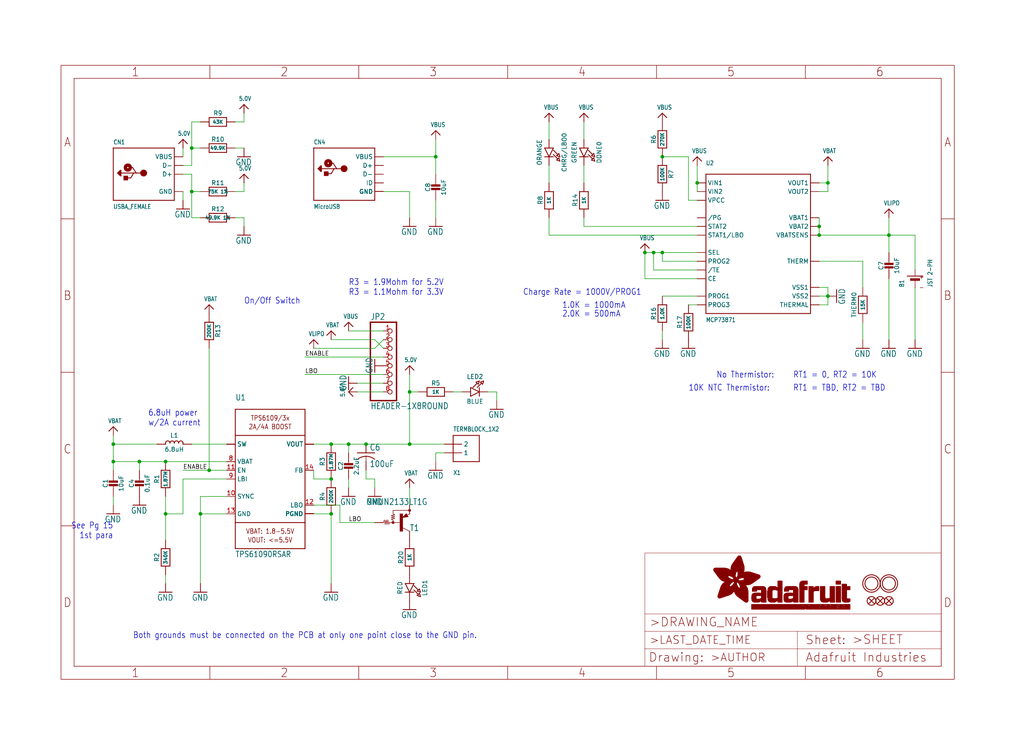
<source format=kicad_sch>
(kicad_sch (version 20211123) (generator eeschema)
  (paper "User" 298.45 217.881)
  (lib_symbols
    (symbol "eagleSchem-eagle-import:-PNP_DRIVER-SC59-BEC"
      (property "Reference" "T" (at -10.16 7.62 0))
      (property "Value" "-PNP_DRIVER-SC59-BEC" (at -10.16 5.08 0))
      (symbol "-PNP_DRIVER-SC59-BEC_1_0"
        (pin passive line (at -7.62 0 0) (length 2.54) (name "B") (number "B"))
        (pin passive line (at 2.54 -5.08 90) (length 2.54) (name "C") (number "C"))
        (pin passive line (at 2.54 5.08 270) (length 2.54) (name "E") (number "E"))
      )
    )
    (symbol "eagleSchem-eagle-import:5.0V" (power)
      (property "Value" "5.0V" (at -1.524 1.016 0))
      (symbol "5.0V_1_0"
        (pin power_in line (at 0 -2.54 90) (length 2.54) (name "5.0V") (number "1"))
      )
    )
    (symbol "eagleSchem-eagle-import:BATTERY"
      (property "Reference" "B" (at -2.54 3.175 0))
      (property "Value" "BATTERY" (at -2.54 -5.08 0))
      (symbol "BATTERY_1_0"
        (text "+" (at 1.27 -1.143 900) (effects (font (size 1.27 1.0795)) (justify right top)))
        (text "-" (at -1.778 -1.143 900) (effects (font (size 1.27 1.0795)) (justify right top)))
        (pin passive line (at -2.54 0 0) (length 0) (name "-") (number "1"))
        (pin passive line (at 2.54 0 180) (length 0) (name "+") (number "2"))
      )
    )
    (symbol "eagleSchem-eagle-import:C-USC1210"
      (property "Reference" "C" (at 1.016 0.635 0))
      (property "Value" "C-USC1210" (at 1.016 -4.191 0))
      (symbol "C-USC1210_1_0"
        (pin passive line (at 0 2.54 270) (length 2.54) (name "1") (number "1"))
        (pin passive line (at 0 -5.08 90) (length 2.54) (name "2") (number "2"))
      )
    )
    (symbol "eagleSchem-eagle-import:CAP_CERAMIC0805-NOOUTLINE"
      (property "Reference" "C" (at -2.29 1.25 90))
      (property "Value" "CAP_CERAMIC0805-NOOUTLINE" (at 2.3 1.25 90))
      (symbol "CAP_CERAMIC0805-NOOUTLINE_1_0"
        (pin passive line (at 0 5.08 270) (length 2.54) (name "1") (number "1"))
        (pin passive line (at 0 -2.54 90) (length 2.54) (name "2") (number "2"))
      )
    )
    (symbol "eagleSchem-eagle-import:CAP_CERAMIC0805_10MGAP"
      (property "Reference" "C" (at -2.29 1.25 90))
      (property "Value" "CAP_CERAMIC0805_10MGAP" (at 2.3 1.25 90))
      (symbol "CAP_CERAMIC0805_10MGAP_1_0"
        (pin passive line (at 0 5.08 270) (length 2.54) (name "1") (number "1"))
        (pin passive line (at 0 -2.54 90) (length 2.54) (name "2") (number "2"))
      )
    )
    (symbol "eagleSchem-eagle-import:FIDUCIAL{dblquote}{dblquote}")
    (symbol "eagleSchem-eagle-import:FRAME_A4_ADAFRUIT"
      (symbol "FRAME_A4_ADAFRUIT_1_0"
        (text "1" (at 21.6958 1.905 0) (effects (font (size 2.54 2.286))))
        (text "1" (at 21.6958 177.165 0) (effects (font (size 2.54 2.286))))
        (text "2" (at 65.0875 1.905 0) (effects (font (size 2.54 2.286))))
        (text "2" (at 65.0875 177.165 0) (effects (font (size 2.54 2.286))))
        (text "3" (at 108.4792 1.905 0) (effects (font (size 2.54 2.286))))
        (text "3" (at 108.4792 177.165 0) (effects (font (size 2.54 2.286))))
        (text "4" (at 151.8708 1.905 0) (effects (font (size 2.54 2.286))))
        (text "4" (at 151.8708 177.165 0) (effects (font (size 2.54 2.286))))
        (text "5" (at 195.2625 1.905 0) (effects (font (size 2.54 2.286))))
        (text "5" (at 195.2625 177.165 0) (effects (font (size 2.54 2.286))))
        (text "6" (at 238.6542 1.905 0) (effects (font (size 2.54 2.286))))
        (text "6" (at 238.6542 177.165 0) (effects (font (size 2.54 2.286))))
        (text ">AUTHOR" (at 189.23 5.08 0) (effects (font (size 2.286 2.286)) (justify left bottom)))
        (text ">DRAWING_NAME" (at 171.45 15.24 0) (effects (font (size 2.54 2.54)) (justify left bottom)))
        (text ">LAST_DATE_TIME" (at 171.45 10.16 0) (effects (font (size 2.286 2.286)) (justify left bottom)))
        (text ">SHEET" (at 230.505 10.16 0) (effects (font (size 2.54 2.54)) (justify left bottom)))
        (text "A" (at 1.905 156.6863 0) (effects (font (size 2.54 2.286))))
        (text "A" (at 258.445 156.6863 0) (effects (font (size 2.54 2.286))))
        (text "Adafruit Industries" (at 216.916 4.953 0) (effects (font (size 2.54 2.54)) (justify left bottom)))
        (text "B" (at 1.905 111.9188 0) (effects (font (size 2.54 2.286))))
        (text "B" (at 258.445 111.9188 0) (effects (font (size 2.54 2.286))))
        (text "C" (at 1.905 67.1513 0) (effects (font (size 2.54 2.286))))
        (text "C" (at 258.445 67.1513 0) (effects (font (size 2.54 2.286))))
        (text "D" (at 1.905 22.3838 0) (effects (font (size 2.54 2.286))))
        (text "D" (at 258.445 22.3838 0) (effects (font (size 2.54 2.286))))
        (text "Drawing:" (at 171.196 4.953 0) (effects (font (size 2.54 2.54)) (justify left bottom)))
        (text "Sheet:" (at 216.916 10.033 0) (effects (font (size 2.54 2.54)) (justify left bottom)))
      )
    )
    (symbol "eagleSchem-eagle-import:GND" (power)
      (property "Value" "GND" (at -2.54 -2.54 0))
      (symbol "GND_1_0"
        (pin power_in line (at 0 2.54 270) (length 2.54) (name "GND") (number "1"))
      )
    )
    (symbol "eagleSchem-eagle-import:HEADER-1X8ROUND"
      (property "Reference" "JP" (at -6.35 13.335 0))
      (property "Value" "HEADER-1X8ROUND" (at -6.35 -12.7 0))
      (symbol "HEADER-1X8ROUND_1_0"
        (pin passive inverted (at -2.54 10.16 0) (length 2.54) (name "1") (number "1"))
        (pin passive inverted (at -2.54 7.62 0) (length 2.54) (name "2") (number "2"))
        (pin passive inverted (at -2.54 5.08 0) (length 2.54) (name "3") (number "3"))
        (pin passive inverted (at -2.54 2.54 0) (length 2.54) (name "4") (number "4"))
        (pin passive inverted (at -2.54 0 0) (length 2.54) (name "5") (number "5"))
        (pin passive inverted (at -2.54 -2.54 0) (length 2.54) (name "6") (number "6"))
        (pin passive inverted (at -2.54 -5.08 0) (length 2.54) (name "7") (number "7"))
        (pin passive inverted (at -2.54 -7.62 0) (length 2.54) (name "8") (number "8"))
      )
    )
    (symbol "eagleSchem-eagle-import:INDUCTORTDK_VLC5045"
      (property "Reference" "L" (at 0 2.54 0))
      (property "Value" "INDUCTORTDK_VLC5045" (at 0 -1.54 0))
      (symbol "INDUCTORTDK_VLC5045_1_0"
        (pin passive line (at -5.08 0 0) (length 2.54) (name "1") (number "P$1"))
        (pin passive line (at 5.08 0 180) (length 2.54) (name "2") (number "P$2"))
      )
    )
    (symbol "eagleSchem-eagle-import:LED0805_NOOUTLINE"
      (property "Reference" "D" (at -1.27 4.445 0))
      (property "Value" "LED0805_NOOUTLINE" (at -1.27 -2.794 0))
      (symbol "LED0805_NOOUTLINE_1_0"
        (pin passive line (at -5.08 0 0) (length 2.54) (name "A") (number "A"))
        (pin passive line (at 2.54 0 180) (length 2.54) (name "C") (number "C"))
      )
    )
    (symbol "eagleSchem-eagle-import:MCP73871"
      (property "Reference" "U" (at -15.24 22.86 0))
      (property "Value" "MCP73871" (at -15.24 -22.86 0))
      (symbol "MCP73871_1_0"
        (pin bidirectional line (at 17.78 17.78 180) (length 2.54) (name "VOUT1") (number "P$1"))
        (pin bidirectional line (at 17.78 -12.7 180) (length 2.54) (name "VSS1") (number "P$10"))
        (pin bidirectional line (at 17.78 -15.24 180) (length 2.54) (name "VSS2") (number "P$11"))
        (pin bidirectional line (at -17.78 -17.78 0) (length 2.54) (name "PROG3") (number "P$12"))
        (pin bidirectional line (at -17.78 -15.24 0) (length 2.54) (name "PROG1") (number "P$13"))
        (pin bidirectional line (at 17.78 7.62 180) (length 2.54) (name "VBAT1") (number "P$14"))
        (pin bidirectional line (at 17.78 5.08 180) (length 2.54) (name "VBAT2") (number "P$15"))
        (pin bidirectional line (at 17.78 2.54 180) (length 2.54) (name "VBATSENS") (number "P$16"))
        (pin bidirectional line (at -17.78 -10.16 0) (length 2.54) (name "CE") (number "P$17"))
        (pin bidirectional line (at -17.78 17.78 0) (length 2.54) (name "VIN1") (number "P$18"))
        (pin bidirectional line (at -17.78 15.24 0) (length 2.54) (name "VIN2") (number "P$19"))
        (pin bidirectional line (at -17.78 12.7 0) (length 2.54) (name "VPCC") (number "P$2"))
        (pin bidirectional line (at 17.78 15.24 180) (length 2.54) (name "VOUT2") (number "P$20"))
        (pin bidirectional line (at 17.78 -17.78 180) (length 2.54) (name "THERMAL") (number "P$21"))
        (pin bidirectional line (at -17.78 -2.54 0) (length 2.54) (name "SEL") (number "P$3"))
        (pin bidirectional line (at -17.78 -5.08 0) (length 2.54) (name "PROG2") (number "P$4"))
        (pin bidirectional line (at 17.78 -5.08 180) (length 2.54) (name "THERM") (number "P$5"))
        (pin bidirectional line (at -17.78 7.62 0) (length 2.54) (name "/PG") (number "P$6"))
        (pin bidirectional line (at -17.78 5.08 0) (length 2.54) (name "STAT2") (number "P$7"))
        (pin bidirectional line (at -17.78 2.54 0) (length 2.54) (name "STAT1/LBO") (number "P$8"))
        (pin bidirectional line (at -17.78 -7.62 0) (length 2.54) (name "/TE") (number "P$9"))
      )
    )
    (symbol "eagleSchem-eagle-import:MOUNTINGHOLE2.5")
    (symbol "eagleSchem-eagle-import:RESISTOR0805_NOOUTLINE"
      (property "Reference" "R" (at 0 2.54 0))
      (property "Value" "RESISTOR0805_NOOUTLINE" (at 0 0 0))
      (symbol "RESISTOR0805_NOOUTLINE_1_0"
        (pin passive line (at -5.08 0 0) (length 2.54) (name "1") (number "1"))
        (pin passive line (at 5.08 0 180) (length 2.54) (name "2") (number "2"))
      )
    )
    (symbol "eagleSchem-eagle-import:RESISTOR_0805MP"
      (property "Reference" "R" (at 0 2.54 0))
      (property "Value" "RESISTOR_0805MP" (at 0 0 0))
      (symbol "RESISTOR_0805MP_1_0"
        (pin passive line (at -5.08 0 0) (length 2.54) (name "1") (number "1"))
        (pin passive line (at 5.08 0 180) (length 2.54) (name "2") (number "2"))
      )
    )
    (symbol "eagleSchem-eagle-import:TERMBLOCK_1X2"
      (property "Reference" "X" (at -2.54 7.62 0))
      (property "Value" "TERMBLOCK_1X2" (at -2.54 -5.08 0))
      (symbol "TERMBLOCK_1X2_1_0"
        (pin passive line (at -5.08 2.54 0) (length 5.08) (name "1") (number "1"))
        (pin passive line (at -5.08 0 0) (length 5.08) (name "2") (number "2"))
      )
    )
    (symbol "eagleSchem-eagle-import:USBMICRO_20329"
      (property "Reference" "X" (at -10.16 8.636 0))
      (property "Value" "USBMICRO_20329" (at -10.16 -10.16 0))
      (symbol "USBMICRO_20329_1_0"
        (pin power_in line (at 10.16 -5.08 180) (length 2.54) (name "GND") (number "BASE@1"))
        (pin power_in line (at 10.16 -5.08 180) (length 2.54) (name "GND") (number "BASE@2"))
        (pin bidirectional line (at 10.16 2.54 180) (length 2.54) (name "D+") (number "D+"))
        (pin bidirectional line (at 10.16 0 180) (length 2.54) (name "D-") (number "D-"))
        (pin power_in line (at 10.16 -5.08 180) (length 2.54) (name "GND") (number "GND"))
        (pin bidirectional line (at 10.16 -2.54 180) (length 2.54) (name "ID") (number "ID"))
        (pin power_in line (at 10.16 -5.08 180) (length 2.54) (name "GND") (number "SPRT@1"))
        (pin power_in line (at 10.16 -5.08 180) (length 2.54) (name "GND") (number "SPRT@2"))
        (pin power_in line (at 10.16 -5.08 180) (length 2.54) (name "GND") (number "SPRT@3"))
        (pin power_in line (at 10.16 -5.08 180) (length 2.54) (name "GND") (number "SPRT@4"))
        (pin power_in line (at 10.16 5.08 180) (length 2.54) (name "VBUS") (number "VBUS"))
      )
    )
    (symbol "eagleSchem-eagle-import:USB_TYPEAPTHFML"
      (property "Reference" "X" (at -10.16 8.636 0))
      (property "Value" "USB_TYPEAPTHFML" (at -10.16 -10.16 0))
      (symbol "USB_TYPEAPTHFML_1_0"
        (pin bidirectional line (at 10.16 0 180) (length 2.54) (name "D+") (number "D+"))
        (pin bidirectional line (at 10.16 2.54 180) (length 2.54) (name "D-") (number "D-"))
        (pin power_in line (at 10.16 -5.08 180) (length 2.54) (name "GND") (number "GND"))
        (pin power_in line (at 10.16 5.08 180) (length 2.54) (name "VBUS") (number "VBUS"))
      )
    )
    (symbol "eagleSchem-eagle-import:VBAT" (power)
      (property "Value" "VBAT" (at -1.524 1.016 0))
      (symbol "VBAT_1_0"
        (pin power_in line (at 0 -2.54 90) (length 2.54) (name "VBAT") (number "1"))
      )
    )
    (symbol "eagleSchem-eagle-import:VBUS" (power)
      (property "Value" "VBUS" (at -1.524 1.016 0))
      (symbol "VBUS_1_0"
        (pin power_in line (at 0 -2.54 90) (length 2.54) (name "VBUS") (number "1"))
      )
    )
    (symbol "eagleSchem-eagle-import:VLIPO" (power)
      (property "Value" "VLIPO" (at -1.524 1.016 0))
      (symbol "VLIPO_1_0"
        (pin power_in line (at 0 -2.54 90) (length 2.54) (name "VLIPO") (number "1"))
      )
    )
    (symbol "eagleSchem-eagle-import:VREG_TPS6103X"
      (property "Reference" "U" (at -10.16 22.86 0))
      (property "Value" "VREG_TPS6103X" (at -10.16 -22.86 0))
      (symbol "VREG_TPS6103X_1_0"
        (text "2A/4A BOOST" (at 0 15.24 0) (effects (font (size 1.4224 1.209))))
        (text "TPS6109/3x" (at 0 17.78 0) (effects (font (size 1.4224 1.209))))
        (text "VBAT: 1.8-5.5V" (at 0 -15.24 0) (effects (font (size 1.4224 1.209))))
        (text "VOUT: <=5.5V" (at 0 -17.78 0) (effects (font (size 1.4224 1.209))))
        (pin power_in line (at 12.7 10.16 180) (length 2.54) (name "VOUT") (number "1"))
        (pin input line (at -12.7 -5.08 0) (length 2.54) (name "SYNC") (number "10"))
        (pin input line (at -12.7 2.54 0) (length 2.54) (name "EN") (number "11"))
        (pin output line (at 12.7 -7.62 180) (length 2.54) (name "LBO") (number "12"))
        (pin power_in line (at -12.7 -10.16 0) (length 2.54) (name "GND") (number "13"))
        (pin input line (at 12.7 2.54 180) (length 2.54) (name "FB") (number "14"))
        (pin power_in line (at 12.7 10.16 180) (length 2.54) (name "VOUT") (number "15"))
        (pin power_in line (at 12.7 10.16 180) (length 2.54) (name "VOUT") (number "16"))
        (pin input line (at -12.7 10.16 0) (length 2.54) (name "SW") (number "3"))
        (pin input line (at -12.7 10.16 0) (length 2.54) (name "SW") (number "4"))
        (pin power_in line (at 12.7 -10.16 180) (length 2.54) (name "PGND") (number "5"))
        (pin power_in line (at 12.7 -10.16 180) (length 2.54) (name "PGND") (number "6"))
        (pin power_in line (at 12.7 -10.16 180) (length 2.54) (name "PGND") (number "7"))
        (pin input line (at -12.7 5.08 0) (length 2.54) (name "VBAT") (number "8"))
        (pin input line (at -12.7 0 0) (length 2.54) (name "LBI") (number "9"))
        (pin power_in line (at 12.7 -10.16 180) (length 2.54) (name "PGND") (number "P$18"))
        (pin power_in line (at 12.7 -10.16 180) (length 2.54) (name "PGND") (number "P$19"))
        (pin power_in line (at 12.7 -10.16 180) (length 2.54) (name "PGND") (number "P$20"))
        (pin power_in line (at 12.7 -10.16 180) (length 2.54) (name "PGND") (number "P$21"))
        (pin power_in line (at 12.7 -10.16 180) (length 2.54) (name "PGND") (number "P$22"))
        (pin power_in line (at 12.7 -10.16 180) (length 2.54) (name "PGND") (number "THERMAL"))
      )
    )
  )
  (junction (at 40.64 134.62))
  (junction (at 241.3 86.36))
  (junction (at 119.38 129.54))
  (junction (at 193.04 73.66))
  (junction (at 48.26 134.62))
  (junction (at 33.02 134.62))
  (junction (at 238.76 66.04))
  (junction (at 190.5 73.66))
  (junction (at 187.96 73.66))
  (junction (at 48.26 149.86))
  (junction (at 55.88 55.88))
  (junction (at 238.76 68.58))
  (junction (at 96.52 129.54))
  (junction (at 259.08 68.58))
  (junction (at 60.96 137.16))
  (junction (at 119.38 114.3))
  (junction (at 33.02 129.54))
  (junction (at 101.6 129.54))
  (junction (at 96.52 149.86))
  (junction (at 55.88 43.18))
  (junction (at 96.52 139.7))
  (junction (at 193.04 45.72))
  (junction (at 106.68 129.54))
  (junction (at 203.2 53.34))
  (junction (at 58.42 149.86))
  (junction (at 127 45.72))
  (junction (at 241.3 53.34))
  (wire (pts (xy 66.04 137.16) (xy 60.96 137.16)))
  (wire (pts (xy 238.76 63.5) (xy 238.76 66.04)))
  (wire (pts (xy 55.88 43.18) (xy 55.88 35.56)))
  (wire (pts (xy 144.78 114.3) (xy 144.78 116.84)))
  (wire (pts (xy 106.68 129.54) (xy 119.38 129.54)))
  (wire (pts (xy 193.04 96.52) (xy 193.04 99.06)))
  (wire (pts (xy 203.2 48.26) (xy 203.2 53.34)))
  (wire (pts (xy 53.34 149.86) (xy 53.34 139.7)))
  (wire (pts (xy 68.58 63.5) (xy 71.12 63.5)))
  (wire (pts (xy 48.26 170.18) (xy 48.26 167.64)))
  (wire (pts (xy 170.18 48.26) (xy 170.18 53.34)))
  (wire (pts (xy 266.7 83.82) (xy 266.7 99.06)))
  (wire (pts (xy 187.96 73.66) (xy 190.5 73.66)))
  (wire (pts (xy 91.44 137.16) (xy 91.44 139.7)))
  (wire (pts (xy 259.08 99.06) (xy 259.08 81.28)))
  (wire (pts (xy 203.2 86.36) (xy 193.04 86.36)))
  (wire (pts (xy 241.3 83.82) (xy 241.3 86.36)))
  (wire (pts (xy 119.38 147.32) (xy 119.38 142.24)))
  (wire (pts (xy 129.54 129.54) (xy 119.38 129.54)))
  (wire (pts (xy 111.76 104.14) (xy 88.9 104.14)))
  (wire (pts (xy 170.18 40.64) (xy 170.18 35.56)))
  (wire (pts (xy 190.5 78.74) (xy 203.2 78.74)))
  (wire (pts (xy 203.2 53.34) (xy 203.2 55.88)))
  (wire (pts (xy 127 132.08) (xy 127 134.62)))
  (wire (pts (xy 33.02 144.78) (xy 33.02 147.32)))
  (wire (pts (xy 91.44 129.54) (xy 96.52 129.54)))
  (wire (pts (xy 99.06 147.32) (xy 99.06 152.4)))
  (wire (pts (xy 66.04 139.7) (xy 53.34 139.7)))
  (wire (pts (xy 101.6 129.54) (xy 106.68 129.54)))
  (wire (pts (xy 127 132.08) (xy 129.54 132.08)))
  (wire (pts (xy 71.12 63.5) (xy 71.12 66.04)))
  (wire (pts (xy 203.2 66.04) (xy 170.18 66.04)))
  (wire (pts (xy 238.76 83.82) (xy 241.3 83.82)))
  (wire (pts (xy 53.34 48.26) (xy 55.88 48.26)))
  (wire (pts (xy 48.26 149.86) (xy 48.26 157.48)))
  (wire (pts (xy 190.5 78.74) (xy 190.5 73.66)))
  (wire (pts (xy 238.76 55.88) (xy 241.3 55.88)))
  (wire (pts (xy 203.2 88.9) (xy 200.66 88.9)))
  (wire (pts (xy 160.02 48.26) (xy 160.02 53.34)))
  (wire (pts (xy 58.42 149.86) (xy 58.42 170.18)))
  (wire (pts (xy 106.68 139.7) (xy 109.22 139.7)))
  (wire (pts (xy 91.44 139.7) (xy 96.52 139.7)))
  (wire (pts (xy 33.02 129.54) (xy 33.02 134.62)))
  (wire (pts (xy 96.52 129.54) (xy 101.6 129.54)))
  (wire (pts (xy 106.68 137.16) (xy 106.68 139.7)))
  (wire (pts (xy 259.08 68.58) (xy 266.7 68.58)))
  (wire (pts (xy 241.3 48.26) (xy 241.3 53.34)))
  (wire (pts (xy 55.88 35.56) (xy 58.42 35.56)))
  (wire (pts (xy 127 45.72) (xy 127 50.8)))
  (wire (pts (xy 119.38 55.88) (xy 119.38 63.5)))
  (wire (pts (xy 91.44 149.86) (xy 96.52 149.86)))
  (wire (pts (xy 119.38 114.3) (xy 121.92 114.3)))
  (wire (pts (xy 91.44 147.32) (xy 99.06 147.32)))
  (wire (pts (xy 251.46 76.2) (xy 251.46 83.82)))
  (wire (pts (xy 132.08 114.3) (xy 134.62 114.3)))
  (wire (pts (xy 203.2 68.58) (xy 160.02 68.58)))
  (wire (pts (xy 40.64 134.62) (xy 33.02 134.62)))
  (wire (pts (xy 55.88 50.8) (xy 55.88 55.88)))
  (wire (pts (xy 101.6 139.7) (xy 101.6 142.24)))
  (wire (pts (xy 109.22 139.7) (xy 109.22 142.24)))
  (wire (pts (xy 53.34 50.8) (xy 55.88 50.8)))
  (wire (pts (xy 119.38 129.54) (xy 119.38 114.3)))
  (wire (pts (xy 96.52 99.06) (xy 109.22 99.06)))
  (wire (pts (xy 111.76 45.72) (xy 127 45.72)))
  (wire (pts (xy 127 45.72) (xy 127 40.64)))
  (wire (pts (xy 119.38 114.3) (xy 119.38 109.22)))
  (wire (pts (xy 160.02 63.5) (xy 160.02 68.58)))
  (wire (pts (xy 55.88 43.18) (xy 58.42 43.18)))
  (wire (pts (xy 45.72 129.54) (xy 33.02 129.54)))
  (wire (pts (xy 193.04 76.2) (xy 193.04 73.66)))
  (wire (pts (xy 58.42 144.78) (xy 58.42 149.86)))
  (wire (pts (xy 71.12 55.88) (xy 71.12 53.34)))
  (wire (pts (xy 55.88 48.26) (xy 55.88 43.18)))
  (wire (pts (xy 193.04 76.2) (xy 203.2 76.2)))
  (wire (pts (xy 190.5 73.66) (xy 193.04 73.66)))
  (wire (pts (xy 60.96 137.16) (xy 60.96 101.6)))
  (wire (pts (xy 170.18 63.5) (xy 170.18 66.04)))
  (wire (pts (xy 66.04 149.86) (xy 58.42 149.86)))
  (wire (pts (xy 160.02 35.56) (xy 160.02 40.64)))
  (wire (pts (xy 71.12 35.56) (xy 71.12 33.02)))
  (wire (pts (xy 48.26 144.78) (xy 48.26 149.86)))
  (wire (pts (xy 68.58 43.18) (xy 71.12 43.18)))
  (wire (pts (xy 88.9 109.22) (xy 111.76 109.22)))
  (wire (pts (xy 68.58 35.56) (xy 71.12 35.56)))
  (wire (pts (xy 99.06 152.4) (xy 109.22 152.4)))
  (wire (pts (xy 101.6 96.52) (xy 111.76 96.52)))
  (wire (pts (xy 53.34 55.88) (xy 53.34 58.42)))
  (wire (pts (xy 66.04 144.78) (xy 58.42 144.78)))
  (wire (pts (xy 238.76 68.58) (xy 259.08 68.58)))
  (wire (pts (xy 251.46 93.98) (xy 251.46 99.06)))
  (wire (pts (xy 96.52 149.86) (xy 96.52 170.18)))
  (wire (pts (xy 238.76 66.04) (xy 238.76 68.58)))
  (wire (pts (xy 40.64 137.16) (xy 40.64 134.62)))
  (wire (pts (xy 60.96 137.16) (xy 53.34 137.16)))
  (wire (pts (xy 53.34 149.86) (xy 48.26 149.86)))
  (wire (pts (xy 91.44 101.6) (xy 109.22 101.6)))
  (wire (pts (xy 55.88 55.88) (xy 55.88 63.5)))
  (wire (pts (xy 66.04 134.62) (xy 48.26 134.62)))
  (wire (pts (xy 241.3 88.9) (xy 241.3 86.36)))
  (wire (pts (xy 238.76 88.9) (xy 241.3 88.9)))
  (wire (pts (xy 193.04 45.72) (xy 200.66 45.72)))
  (wire (pts (xy 241.3 53.34) (xy 241.3 55.88)))
  (wire (pts (xy 241.3 53.34) (xy 238.76 53.34)))
  (wire (pts (xy 111.76 55.88) (xy 119.38 55.88)))
  (wire (pts (xy 200.66 45.72) (xy 200.66 58.42)))
  (wire (pts (xy 203.2 58.42) (xy 200.66 58.42)))
  (wire (pts (xy 68.58 55.88) (xy 71.12 55.88)))
  (wire (pts (xy 33.02 134.62) (xy 33.02 137.16)))
  (wire (pts (xy 101.6 132.08) (xy 101.6 129.54)))
  (wire (pts (xy 48.26 134.62) (xy 40.64 134.62)))
  (wire (pts (xy 266.7 68.58) (xy 266.7 78.74)))
  (wire (pts (xy 259.08 73.66) (xy 259.08 68.58)))
  (wire (pts (xy 55.88 55.88) (xy 58.42 55.88)))
  (wire (pts (xy 187.96 73.66) (xy 187.96 81.28)))
  (wire (pts (xy 187.96 81.28) (xy 203.2 81.28)))
  (wire (pts (xy 109.22 101.6) (xy 111.76 99.06)))
  (wire (pts (xy 66.04 129.54) (xy 55.88 129.54)))
  (wire (pts (xy 111.76 114.3) (xy 104.14 114.3)))
  (wire (pts (xy 109.22 99.06) (xy 111.76 101.6)))
  (wire (pts (xy 142.24 114.3) (xy 144.78 114.3)))
  (wire (pts (xy 238.76 86.36) (xy 241.3 86.36)))
  (wire (pts (xy 203.2 73.66) (xy 193.04 73.66)))
  (wire (pts (xy 259.08 63.5) (xy 259.08 68.58)))
  (wire (pts (xy 238.76 76.2) (xy 251.46 76.2)))
  (wire (pts (xy 55.88 63.5) (xy 58.42 63.5)))
  (wire (pts (xy 53.34 45.72) (xy 53.34 43.18)))
  (wire (pts (xy 127 58.42) (xy 127 63.5)))
  (wire (pts (xy 33.02 129.54) (xy 33.02 127)))
  (wire (pts (xy 111.76 111.76) (xy 104.14 111.76)))
  (text "2.0K = 500mA" (at 163.83 92.71 180) (effects (font (size 1.778 1.5113)) (justify left bottom)))
  (text "No Thermistor:" (at 208.788 110.49 180) (effects (font (size 1.778 1.5113)) (justify left bottom)))
  (text "6.8uH power\nw/2A current" (at 43.18 124.46 180) (effects (font (size 1.778 1.5113)) (justify left bottom)))
  (text "Both grounds must be connected on the PCB at only one point close to the GND pin." (at 88.9 185.42 180) (effects (font (size 1.778 1.5113))))
  (text "RT1 = TBD, RT2 = TBD" (at 231.14 114.3 180) (effects (font (size 1.778 1.5113)) (justify left bottom)))
  (text "R3 = 1.9Mohm for 5.2V\nR3 = 1.1Mohm for 3.3V" (at 101.6 86.36 180) (effects (font (size 1.778 1.5113)) (justify left bottom)))
  (text "1.0K = 1000mA" (at 163.83 90.17 180) (effects (font (size 1.778 1.5113)) (justify left bottom)))
  (text "Charge Rate = 1000V/PROG1" (at 152.4 86.36 180) (effects (font (size 1.778 1.5113)) (justify left bottom)))
  (text "On/Off Switch" (at 71.12 88.9 180) (effects (font (size 1.778 1.5113)) (justify left bottom)))
  (text "RT1 = 0, RT2 = 10K" (at 231.14 110.49 180) (effects (font (size 1.778 1.5113)) (justify left bottom)))
  (text "10K NTC Thermistor:" (at 200.66 114.3 180) (effects (font (size 1.778 1.5113)) (justify left bottom)))
  (text "See Pg 15\n1st para" (at 33.02 152.4 180) (effects (font (size 1.778 1.5113)) (justify right top)))
  (label "ENABLE" (at 88.9 104.14 0) (effects (font (size 1.2446 1.2446))))
  (label "LBO" (at 101.6 152.4 0) (effects (font (size 1.2446 1.2446))))
  (label "ENABLE" (at 53.34 137.16 0) (effects (font (size 1.2446 1.2446))))
  (label "LBO" (at 88.9 109.22 0) (effects (font (size 1.2446 1.2446))))
  (symbol (lib_id "eagleSchem-eagle-import:RESISTOR0805_NOOUTLINE") (at 193.04 50.8 270) (unit 1)
    (property "Reference" "R7" (at 195.58 50.8 0))
    (property "Value" "100K" (at 193.04 50.8 0) (effects (font (size 1.016 1.016) bold)))
    (property "Footprint" "eagleSchem:0805-NO" (effects hide))
  )
  (symbol (lib_id "eagleSchem-eagle-import:VBUS") (at 193.04 33.02 0) (unit 1)
    (property "Reference" "#U$37" (effects hide))
    (property "Value" "VBUS" (at 191.516 32.004 0) (effects (font (size 1.27 1.0795)) (justify left bottom)))
    (property "Footprint" "eagleSchem:" (effects hide))
  )
  (symbol (lib_id "eagleSchem-eagle-import:5.0V") (at 53.34 40.64 0) (unit 1)
    (property "Reference" "#U$17" (effects hide))
    (property "Value" "5.0V" (at 51.816 39.624 0) (effects (font (size 1.27 1.0795)) (justify left bottom)))
    (property "Footprint" "eagleSchem:" (effects hide))
  )
  (symbol (lib_id "eagleSchem-eagle-import:GND") (at 53.34 60.96 0) (unit 1)
    (property "Reference" "#U$22" (effects hide))
    (property "Value" "GND" (at 50.8 63.5 0) (effects (font (size 1.778 1.5113)) (justify left bottom)))
    (property "Footprint" "eagleSchem:" (effects hide))
  )
  (symbol (lib_id "eagleSchem-eagle-import:RESISTOR_0805MP") (at 48.26 139.7 90) (unit 1)
    (property "Reference" "R1" (at 45.72 139.7 0))
    (property "Value" "1.87M" (at 48.26 139.7 0) (effects (font (size 1.016 1.016) bold)))
    (property "Footprint" "eagleSchem:_0805MP" (effects hide))
  )
  (symbol (lib_id "eagleSchem-eagle-import:RESISTOR0805_NOOUTLINE") (at 63.5 43.18 0) (unit 1)
    (property "Reference" "R10" (at 63.5 40.64 0))
    (property "Value" "49.9K" (at 63.5 43.18 0) (effects (font (size 1.016 1.016) bold)))
    (property "Footprint" "eagleSchem:0805-NO" (effects hide))
  )
  (symbol (lib_id "eagleSchem-eagle-import:VBUS") (at 127 38.1 0) (unit 1)
    (property "Reference" "#U$35" (effects hide))
    (property "Value" "VBUS" (at 125.476 37.084 0) (effects (font (size 1.27 1.0795)) (justify left bottom)))
    (property "Footprint" "eagleSchem:" (effects hide))
  )
  (symbol (lib_id "eagleSchem-eagle-import:LED0805_NOOUTLINE") (at 160.02 45.72 270) (unit 1)
    (property "Reference" "CHRG/LBO0" (at 164.465 44.45 0))
    (property "Value" "ORANGE" (at 157.226 44.45 0))
    (property "Footprint" "eagleSchem:CHIPLED_0805_NOOUTLINE" (effects hide))
  )
  (symbol (lib_id "eagleSchem-eagle-import:CAP_CERAMIC0805-NOOUTLINE") (at 33.02 142.24 0) (unit 1)
    (property "Reference" "C1" (at 30.73 140.99 90))
    (property "Value" "10uF" (at 35.32 140.99 90))
    (property "Footprint" "eagleSchem:0805-NO" (effects hide))
  )
  (symbol (lib_id "eagleSchem-eagle-import:GND") (at 127 66.04 0) (unit 1)
    (property "Reference" "#GND14" (effects hide))
    (property "Value" "GND" (at 124.46 68.58 0) (effects (font (size 1.778 1.5113)) (justify left bottom)))
    (property "Footprint" "eagleSchem:" (effects hide))
  )
  (symbol (lib_id "eagleSchem-eagle-import:VBAT") (at 241.3 45.72 0) (unit 1)
    (property "Reference" "#U$34" (effects hide))
    (property "Value" "VBAT" (at 239.776 44.704 0) (effects (font (size 1.27 1.0795)) (justify left bottom)))
    (property "Footprint" "eagleSchem:" (effects hide))
  )
  (symbol (lib_id "eagleSchem-eagle-import:RESISTOR0805_NOOUTLINE") (at 200.66 93.98 90) (unit 1)
    (property "Reference" "R17" (at 198.12 93.98 0))
    (property "Value" "100K" (at 200.66 93.98 0) (effects (font (size 1.016 1.016) bold)))
    (property "Footprint" "eagleSchem:0805-NO" (effects hide))
  )
  (symbol (lib_id "eagleSchem-eagle-import:RESISTOR0805_NOOUTLINE") (at 63.5 35.56 0) (unit 1)
    (property "Reference" "R9" (at 63.5 33.02 0))
    (property "Value" "43K" (at 63.5 35.56 0) (effects (font (size 1.016 1.016) bold)))
    (property "Footprint" "eagleSchem:0805-NO" (effects hide))
  )
  (symbol (lib_id "eagleSchem-eagle-import:-PNP_DRIVER-SC59-BEC") (at 116.84 152.4 0) (unit 1)
    (property "Reference" "T1" (at 119.38 154.94 0) (effects (font (size 1.778 1.5113)) (justify left bottom)))
    (property "Value" "MMUN2133LT1G" (at 106.68 147.32 0) (effects (font (size 1.778 1.5113)) (justify left bottom)))
    (property "Footprint" "eagleSchem:SC59-BEC" (effects hide))
  )
  (symbol (lib_id "eagleSchem-eagle-import:C-USC1210") (at 106.68 132.08 0) (unit 1)
    (property "Reference" "C6" (at 107.696 131.445 0) (effects (font (size 1.778 1.5113)) (justify left bottom)))
    (property "Value" "100uF" (at 107.696 136.271 0) (effects (font (size 1.778 1.5113)) (justify left bottom)))
    (property "Footprint" "eagleSchem:C1210" (effects hide))
  )
  (symbol (lib_id "eagleSchem-eagle-import:CAP_CERAMIC0805-NOOUTLINE") (at 101.6 137.16 0) (unit 1)
    (property "Reference" "C2" (at 99.31 135.91 90))
    (property "Value" "2.2uF" (at 103.9 135.91 90))
    (property "Footprint" "eagleSchem:0805-NO" (effects hide))
  )
  (symbol (lib_id "eagleSchem-eagle-import:HEADER-1X8ROUND") (at 114.3 106.68 0) (unit 1)
    (property "Reference" "JP2" (at 107.95 93.345 0) (effects (font (size 1.778 1.5113)) (justify left bottom)))
    (property "Value" "HEADER-1X8ROUND" (at 107.95 119.38 0) (effects (font (size 1.778 1.5113)) (justify left bottom)))
    (property "Footprint" "eagleSchem:1X08_ROUND" (effects hide))
  )
  (symbol (lib_id "eagleSchem-eagle-import:FIDUCIAL{dblquote}{dblquote}") (at 254 175.26 0) (unit 1)
    (property "Reference" "FID2" (effects hide))
    (property "Value" "FIDUCIAL{dblquote}{dblquote}" (effects hide))
    (property "Footprint" "eagleSchem:FIDUCIAL_1MM" (effects hide))
  )
  (symbol (lib_id "eagleSchem-eagle-import:GND") (at 109.22 106.68 270) (unit 1)
    (property "Reference" "#U$30" (effects hide))
    (property "Value" "GND" (at 106.68 104.14 0) (effects (font (size 1.778 1.5113)) (justify left bottom)))
    (property "Footprint" "eagleSchem:" (effects hide))
  )
  (symbol (lib_id "eagleSchem-eagle-import:BATTERY") (at 266.7 81.28 90) (unit 1)
    (property "Reference" "B1" (at 263.525 83.82 0) (effects (font (size 1.27 1.0795)) (justify left bottom)))
    (property "Value" "JST 2-PH" (at 271.78 83.82 0) (effects (font (size 1.27 1.0795)) (justify left bottom)))
    (property "Footprint" "eagleSchem:JSTPH2" (effects hide))
  )
  (symbol (lib_id "eagleSchem-eagle-import:VLIPO") (at 259.08 60.96 0) (unit 1)
    (property "Reference" "#U$41" (effects hide))
    (property "Value" "VLIPO" (at 257.556 59.944 0) (effects (font (size 1.27 1.0795)) (justify left bottom)))
    (property "Footprint" "eagleSchem:" (effects hide))
  )
  (symbol (lib_id "eagleSchem-eagle-import:USB_TYPEAPTHFML") (at 43.18 50.8 0) (unit 1)
    (property "Reference" "CN1" (at 33.02 42.164 0) (effects (font (size 1.27 1.0795)) (justify left bottom)))
    (property "Value" "USBA_FEMALE" (at 33.02 60.96 0) (effects (font (size 1.27 1.0795)) (justify left bottom)))
    (property "Footprint" "eagleSchem:USB_HOST-PTH" (effects hide))
  )
  (symbol (lib_id "eagleSchem-eagle-import:GND") (at 119.38 66.04 0) (unit 1)
    (property "Reference" "#GND9" (effects hide))
    (property "Value" "GND" (at 116.84 68.58 0) (effects (font (size 1.778 1.5113)) (justify left bottom)))
    (property "Footprint" "eagleSchem:" (effects hide))
  )
  (symbol (lib_id "eagleSchem-eagle-import:GND") (at 101.6 144.78 0) (unit 1)
    (property "Reference" "#U$6" (effects hide))
    (property "Value" "GND" (at 99.06 147.32 0) (effects (font (size 1.778 1.5113)) (justify left bottom)))
    (property "Footprint" "eagleSchem:" (effects hide))
  )
  (symbol (lib_id "eagleSchem-eagle-import:FIDUCIAL{dblquote}{dblquote}") (at 256.54 175.26 0) (unit 1)
    (property "Reference" "FID3" (effects hide))
    (property "Value" "FIDUCIAL{dblquote}{dblquote}" (effects hide))
    (property "Footprint" "eagleSchem:FIDUCIAL_1MM" (effects hide))
    (property "Value" "FIDUCIAL{dblquote}{dblquote}" (effects hide))
  )
  (symbol (lib_id "eagleSchem-eagle-import:RESISTOR0805_NOOUTLINE") (at 251.46 88.9 90) (unit 1)
    (property "Reference" "THERM0" (at 248.92 88.9 0))
    (property "Value" "15K" (at 251.46 88.9 0) (effects (font (size 1.016 1.016) bold)))
    (property "Footprint" "eagleSchem:0805-NO" (effects hide))
  )
  (symbol (lib_id "eagleSchem-eagle-import:GND") (at 243.84 86.36 90) (unit 1)
    (property "Reference" "#GND1" (effects hide))
    (property "Value" "GND" (at 246.38 88.9 0) (effects (font (size 1.778 1.5113)) (justify left bottom)))
    (property "Footprint" "eagleSchem:" (effects hide))
  )
  (symbol (lib_id "eagleSchem-eagle-import:GND") (at 71.12 45.72 0) (unit 1)
    (property "Reference" "#U$18" (effects hide))
    (property "Value" "GND" (at 68.58 48.26 0) (effects (font (size 1.778 1.5113)) (justify left bottom)))
    (property "Footprint" "eagleSchem:" (effects hide))
  )
  (symbol (lib_id "eagleSchem-eagle-import:5.0V") (at 71.12 30.48 0) (unit 1)
    (property "Reference" "#U$15" (effects hide))
    (property "Value" "5.0V" (at 69.596 29.464 0) (effects (font (size 1.27 1.0795)) (justify left bottom)))
    (property "Footprint" "eagleSchem:" (effects hide))
  )
  (symbol (lib_id "eagleSchem-eagle-import:GND") (at 40.64 147.32 0) (unit 1)
    (property "Reference" "#U$24" (effects hide))
    (property "Value" "GND" (at 38.1 149.86 0) (effects (font (size 1.778 1.5113)) (justify left bottom)))
    (property "Footprint" "eagleSchem:" (effects hide))
  )
  (symbol (lib_id "eagleSchem-eagle-import:RESISTOR0805_NOOUTLINE") (at 160.02 58.42 90) (unit 1)
    (property "Reference" "R8" (at 157.48 58.42 0))
    (property "Value" "1K" (at 160.02 58.42 0) (effects (font (size 1.016 1.016) bold)))
    (property "Footprint" "eagleSchem:0805-NO" (effects hide))
  )
  (symbol (lib_id "eagleSchem-eagle-import:VBUS") (at 203.2 45.72 0) (unit 1)
    (property "Reference" "#U$38" (effects hide))
    (property "Value" "VBUS" (at 201.676 44.704 0) (effects (font (size 1.27 1.0795)) (justify left bottom)))
    (property "Footprint" "eagleSchem:" (effects hide))
  )
  (symbol (lib_id "eagleSchem-eagle-import:VBUS") (at 187.96 71.12 0) (unit 1)
    (property "Reference" "#U$39" (effects hide))
    (property "Value" "VBUS" (at 186.436 70.104 0) (effects (font (size 1.27 1.0795)) (justify left bottom)))
    (property "Footprint" "eagleSchem:" (effects hide))
  )
  (symbol (lib_id "eagleSchem-eagle-import:5.0V") (at 71.12 50.8 0) (unit 1)
    (property "Reference" "#U$16" (effects hide))
    (property "Value" "5.0V" (at 69.596 49.784 0) (effects (font (size 1.27 1.0795)) (justify left bottom)))
    (property "Footprint" "eagleSchem:" (effects hide))
  )
  (symbol (lib_id "eagleSchem-eagle-import:GND") (at 33.02 149.86 0) (unit 1)
    (property "Reference" "#U$4" (effects hide))
    (property "Value" "GND" (at 30.48 152.4 0) (effects (font (size 1.778 1.5113)) (justify left bottom)))
    (property "Footprint" "eagleSchem:" (effects hide))
  )
  (symbol (lib_id "eagleSchem-eagle-import:GND") (at 71.12 68.58 0) (unit 1)
    (property "Reference" "#U$21" (effects hide))
    (property "Value" "GND" (at 68.58 71.12 0) (effects (font (size 1.778 1.5113)) (justify left bottom)))
    (property "Footprint" "eagleSchem:" (effects hide))
  )
  (symbol (lib_id "eagleSchem-eagle-import:LED0805_NOOUTLINE") (at 170.18 45.72 270) (unit 1)
    (property "Reference" "DONE0" (at 174.625 44.45 0))
    (property "Value" "GREEN" (at 167.386 44.45 0))
    (property "Footprint" "eagleSchem:CHIPLED_0805_NOOUTLINE" (effects hide))
  )
  (symbol (lib_id "eagleSchem-eagle-import:GND") (at 259.08 101.6 0) (unit 1)
    (property "Reference" "#GND4" (effects hide))
    (property "Value" "GND" (at 256.54 104.14 0) (effects (font (size 1.778 1.5113)) (justify left bottom)))
    (property "Footprint" "eagleSchem:" (effects hide))
  )
  (symbol (lib_id "eagleSchem-eagle-import:VBAT") (at 119.38 139.7 0) (unit 1)
    (property "Reference" "#U$23" (effects hide))
    (property "Value" "VBAT" (at 117.856 138.684 0) (effects (font (size 1.27 1.0795)) (justify left bottom)))
    (property "Footprint" "eagleSchem:" (effects hide))
  )
  (symbol (lib_id "eagleSchem-eagle-import:GND") (at 119.38 177.8 0) (unit 1)
    (property "Reference" "#U$20" (effects hide))
    (property "Value" "GND" (at 116.84 180.34 0) (effects (font (size 1.778 1.5113)) (justify left bottom)))
    (property "Footprint" "eagleSchem:" (effects hide))
  )
  (symbol (lib_id "eagleSchem-eagle-import:RESISTOR0805_NOOUTLINE") (at 63.5 63.5 0) (unit 1)
    (property "Reference" "R12" (at 63.5 60.96 0))
    (property "Value" "49.9K 1%" (at 63.5 63.5 0) (effects (font (size 1.016 1.016) bold)))
    (property "Footprint" "eagleSchem:0805-NO" (effects hide))
  )
  (symbol (lib_id "eagleSchem-eagle-import:RESISTOR0805_NOOUTLINE") (at 193.04 40.64 90) (unit 1)
    (property "Reference" "R6" (at 190.5 40.64 0))
    (property "Value" "270K" (at 193.04 40.64 0) (effects (font (size 1.016 1.016) bold)))
    (property "Footprint" "eagleSchem:0805-NO" (effects hide))
  )
  (symbol (lib_id "eagleSchem-eagle-import:MOUNTINGHOLE2.5") (at 254 170.18 0) (unit 1)
    (property "Reference" "U$11" (effects hide))
    (property "Value" "MOUNTINGHOLE2.5" (effects hide))
    (property "Footprint" "eagleSchem:MOUNTINGHOLE_2.5_PLATED" (effects hide))
  )
  (symbol (lib_id "eagleSchem-eagle-import:VREG_TPS6103X") (at 78.74 139.7 0) (unit 1)
    (property "Reference" "U1" (at 68.58 116.84 0) (effects (font (size 1.6764 1.4249)) (justify left bottom)))
    (property "Value" "TPS61090RSAR" (at 68.58 162.56 0) (effects (font (size 1.6764 1.4249)) (justify left bottom)))
    (property "Footprint" "eagleSchem:PVQFN-16" (effects hide))
  )
  (symbol (lib_id "eagleSchem-eagle-import:USBMICRO_20329") (at 101.6 50.8 0) (unit 1)
    (property "Reference" "CN4" (at 91.44 42.164 0) (effects (font (size 1.27 1.0795)) (justify left bottom)))
    (property "Value" "MicroUSB" (at 91.44 60.96 0) (effects (font (size 1.27 1.0795)) (justify left bottom)))
    (property "Footprint" "eagleSchem:4UCONN_20329" (effects hide))
  )
  (symbol (lib_id "eagleSchem-eagle-import:CAP_CERAMIC0805_10MGAP") (at 40.64 142.24 0) (unit 1)
    (property "Reference" "C4" (at 38.35 140.99 90))
    (property "Value" "0.1uF" (at 42.94 140.99 90))
    (property "Footprint" "eagleSchem:0805_10MGAP" (effects hide))
  )
  (symbol (lib_id "eagleSchem-eagle-import:TERMBLOCK_1X2") (at 134.62 129.54 0) (mirror x) (unit 1)
    (property "Reference" "X1" (at 132.08 137.16 0) (effects (font (size 1.27 1.0795)) (justify left bottom)))
    (property "Value" "TERMBLOCK_1X2" (at 132.08 124.46 0) (effects (font (size 1.27 1.0795)) (justify left bottom)))
    (property "Footprint" "eagleSchem:TERMBLOCK_1X2-3.5MM" (effects hide))
  )
  (symbol (lib_id "eagleSchem-eagle-import:RESISTOR0805_NOOUTLINE") (at 170.18 58.42 90) (unit 1)
    (property "Reference" "R14" (at 167.64 58.42 0))
    (property "Value" "1K" (at 170.18 58.42 0) (effects (font (size 1.016 1.016) bold)))
    (property "Footprint" "eagleSchem:0805-NO" (effects hide))
  )
  (symbol (lib_id "eagleSchem-eagle-import:GND") (at 58.42 172.72 0) (unit 1)
    (property "Reference" "#U$2" (effects hide))
    (property "Value" "GND" (at 55.88 175.26 0) (effects (font (size 1.778 1.5113)) (justify left bottom)))
    (property "Footprint" "eagleSchem:" (effects hide))
  )
  (symbol (lib_id "eagleSchem-eagle-import:MCP73871") (at 220.98 71.12 0) (unit 1)
    (property "Reference" "U2" (at 205.74 48.26 0) (effects (font (size 1.27 1.0795)) (justify left bottom)))
    (property "Value" "MCP73871" (at 205.74 93.98 0) (effects (font (size 1.27 1.0795)) (justify left bottom)))
    (property "Footprint" "eagleSchem:QFN20_4MM" (effects hide))
  )
  (symbol (lib_id "eagleSchem-eagle-import:VBAT") (at 60.96 88.9 0) (unit 1)
    (property "Reference" "#U$27" (effects hide))
    (property "Value" "VBAT" (at 59.436 87.884 0) (effects (font (size 1.27 1.0795)) (justify left bottom)))
    (property "Footprint" "eagleSchem:" (effects hide))
  )
  (symbol (lib_id "eagleSchem-eagle-import:GND") (at 251.46 101.6 0) (unit 1)
    (property "Reference" "#GND15" (effects hide))
    (property "Value" "GND" (at 248.92 104.14 0) (effects (font (size 1.778 1.5113)) (justify left bottom)))
    (property "Footprint" "eagleSchem:" (effects hide))
  )
  (symbol (lib_id "eagleSchem-eagle-import:RESISTOR0805_NOOUTLINE") (at 193.04 91.44 90) (unit 1)
    (property "Reference" "R16" (at 190.5 91.44 0))
    (property "Value" "1.0K" (at 193.04 91.44 0) (effects (font (size 1.016 1.016) bold)))
    (property "Footprint" "eagleSchem:0805-NO" (effects hide))
  )
  (symbol (lib_id "eagleSchem-eagle-import:RESISTOR0805_NOOUTLINE") (at 119.38 162.56 90) (unit 1)
    (property "Reference" "R20" (at 116.84 162.56 0))
    (property "Value" "1K" (at 119.38 162.56 0) (effects (font (size 1.016 1.016) bold)))
    (property "Footprint" "eagleSchem:0805-NO" (effects hide))
  )
  (symbol (lib_id "eagleSchem-eagle-import:RESISTOR0805_NOOUTLINE") (at 96.52 144.78 90) (unit 1)
    (property "Reference" "R4" (at 93.98 144.78 0))
    (property "Value" "200K" (at 96.52 144.78 0) (effects (font (size 1.016 1.016) bold)))
    (property "Footprint" "eagleSchem:0805-NO" (effects hide))
  )
  (symbol (lib_id "eagleSchem-eagle-import:RESISTOR0805_NOOUTLINE") (at 127 114.3 0) (unit 1)
    (property "Reference" "R5" (at 127 111.76 0))
    (property "Value" "1K" (at 127 114.3 0) (effects (font (size 1.016 1.016) bold)))
    (property "Footprint" "eagleSchem:0805-NO" (effects hide))
  )
  (symbol (lib_id "eagleSchem-eagle-import:GND") (at 193.04 101.6 0) (unit 1)
    (property "Reference" "#GND11" (effects hide))
    (property "Value" "GND" (at 190.5 104.14 0) (effects (font (size 1.778 1.5113)) (justify left bottom)))
    (property "Footprint" "eagleSchem:" (effects hide))
  )
  (symbol (lib_id "eagleSchem-eagle-import:GND") (at 144.78 119.38 0) (unit 1)
    (property "Reference" "#U$14" (effects hide))
    (property "Value" "GND" (at 142.24 121.92 0) (effects (font (size 1.778 1.5113)) (justify left bottom)))
    (property "Footprint" "eagleSchem:" (effects hide))
  )
  (symbol (lib_id "eagleSchem-eagle-import:INDUCTORTDK_VLC5045") (at 50.8 129.54 0) (unit 1)
    (property "Reference" "L1" (at 50.8 127 0))
    (property "Value" "6.8uH" (at 50.8 131.08 0))
    (property "Footprint" "eagleSchem:INDUCTOR_5X5MM_TDK_VLC5045" (effects hide))
  )
  (symbol (lib_id "eagleSchem-eagle-import:VBUS") (at 170.18 33.02 0) (unit 1)
    (property "Reference" "#U$42" (effects hide))
    (property "Value" "VBUS" (at 168.656 32.004 0) (effects (font (size 1.27 1.0795)) (justify left bottom)))
    (property "Footprint" "eagleSchem:" (effects hide))
  )
  (symbol (lib_id "eagleSchem-eagle-import:VBAT") (at 33.02 124.46 0) (unit 1)
    (property "Reference" "#U$19" (effects hide))
    (property "Value" "VBAT" (at 31.496 123.444 0) (effects (font (size 1.27 1.0795)) (justify left bottom)))
    (property "Footprint" "eagleSchem:" (effects hide))
  )
  (symbol (lib_id "eagleSchem-eagle-import:VBUS") (at 160.02 33.02 0) (unit 1)
    (property "Reference" "#U$36" (effects hide))
    (property "Value" "VBUS" (at 158.496 32.004 0) (effects (font (size 1.27 1.0795)) (justify left bottom)))
    (property "Footprint" "eagleSchem:" (effects hide))
  )
  (symbol (lib_id "eagleSchem-eagle-import:LED0805_NOOUTLINE") (at 139.7 114.3 0) (unit 1)
    (property "Reference" "LED2" (at 138.43 109.855 0))
    (property "Value" "BLUE" (at 138.43 117.094 0))
    (property "Footprint" "eagleSchem:CHIPLED_0805_NOOUTLINE" (effects hide))
  )
  (symbol (lib_id "eagleSchem-eagle-import:GND") (at 96.52 172.72 0) (unit 1)
    (property "Reference" "#U$3" (effects hide))
    (property "Value" "GND" (at 93.98 175.26 0) (effects (font (size 1.778 1.5113)) (justify left bottom)))
    (property "Footprint" "eagleSchem:" (effects hide))
  )
  (symbol (lib_id "eagleSchem-eagle-import:GND") (at 101.6 111.76 270) (unit 1)
    (property "Reference" "#U$31" (effects hide))
    (property "Value" "GND" (at 99.06 109.22 0) (effects (font (size 1.778 1.5113)) (justify left bottom)))
    (property "Footprint" "eagleSchem:" (effects hide))
  )
  (symbol (lib_id "eagleSchem-eagle-import:GND") (at 193.04 58.42 0) (unit 1)
    (property "Reference" "#GND2" (effects hide))
    (property "Value" "GND" (at 190.5 60.96 0) (effects (font (size 1.778 1.5113)) (justify left bottom)))
    (property "Footprint" "eagleSchem:" (effects hide))
  )
  (symbol (lib_id "eagleSchem-eagle-import:5.0V") (at 101.6 114.3 90) (unit 1)
    (property "Reference" "#U$32" (effects hide))
    (property "Value" "5.0V" (at 100.584 115.824 0) (effects (font (size 1.27 1.0795)) (justify left bottom)))
    (property "Footprint" "eagleSchem:" (effects hide))
  )
  (symbol (lib_id "eagleSchem-eagle-import:VLIPO") (at 91.44 99.06 0) (unit 1)
    (property "Reference" "#U$43" (effects hide))
    (property "Value" "VLIPO" (at 89.916 98.044 0) (effects (font (size 1.27 1.0795)) (justify left bottom)))
    (property "Footprint" "eagleSchem:" (effects hide))
  )
  (symbol (lib_id "eagleSchem-eagle-import:CAP_CERAMIC0805-NOOUTLINE") (at 127 55.88 0) (unit 1)
    (property "Reference" "C8" (at 124.71 54.63 90))
    (property "Value" "10uF" (at 129.3 54.63 90))
    (property "Footprint" "eagleSchem:0805-NO" (effects hide))
  )
  (symbol (lib_id "eagleSchem-eagle-import:FRAME_A4_ADAFRUIT") (at 17.78 198.12 0) (unit 1)
    (property "Reference" "#U$13" (effects hide))
    (property "Value" "FRAME_A4_ADAFRUIT" (effects hide))
    (property "Footprint" "eagleSchem:" (effects hide))
  )
  (symbol (lib_id "eagleSchem-eagle-import:VBAT") (at 96.52 96.52 0) (unit 1)
    (property "Reference" "#U$29" (effects hide))
    (property "Value" "VBAT" (at 94.996 95.504 0) (effects (font (size 1.27 1.0795)) (justify left bottom)))
    (property "Footprint" "eagleSchem:" (effects hide))
  )
  (symbol (lib_id "eagleSchem-eagle-import:GND") (at 200.66 101.6 0) (unit 1)
    (property "Reference" "#GND10" (effects hide))
    (property "Value" "GND" (at 198.12 104.14 0) (effects (font (size 1.778 1.5113)) (justify left bottom)))
    (property "Footprint" "eagleSchem:" (effects hide))
  )
  (symbol (lib_id "eagleSchem-eagle-import:VBUS") (at 101.6 93.98 0) (unit 1)
    (property "Reference" "#U$40" (effects hide))
    (property "Value" "VBUS" (at 100.076 92.964 0) (effects (font (size 1.27 1.0795)) (justify left bottom)))
    (property "Footprint" "eagleSchem:" (effects hide))
  )
  (symbol (lib_id "eagleSchem-eagle-import:RESISTOR0805_NOOUTLINE") (at 63.5 55.88 0) (unit 1)
    (property "Reference" "R11" (at 63.5 53.34 0))
    (property "Value" "75K 1%" (at 63.5 55.88 0) (effects (font (size 1.016 1.016) bold)))
    (property "Footprint" "eagleSchem:0805-NO" (effects hide))
  )
  (symbol (lib_id "eagleSchem-eagle-import:FIDUCIAL{dblquote}{dblquote}") (at 259.08 175.26 0) (unit 1)
    (property "Reference" "FID1" (effects hide))
    (property "Value" "FIDUCIAL{dblquote}{dblquote}" (effects hide))
    (property "Footprint" "eagleSchem:FIDUCIAL_1MM" (effects hide))
    (property "Value" "FIDUCIAL{dblquote}{dblquote}" (effects hide))
  )
  (symbol (lib_id "eagleSchem-eagle-import:RESISTOR_0805MP") (at 48.26 162.56 90) (unit 1)
    (property "Reference" "R2" (at 45.72 162.56 0))
    (property "Value" "340K" (at 48.26 162.56 0) (effects (font (size 1.016 1.016) bold)))
    (property "Footprint" "eagleSchem:_0805MP" (effects hide))
  )
  (symbol (lib_id "eagleSchem-eagle-import:CAP_CERAMIC0805-NOOUTLINE") (at 259.08 78.74 0) (unit 1)
    (property "Reference" "C7" (at 256.79 77.49 90))
    (property "Value" "10uF" (at 261.38 77.49 90))
    (property "Footprint" "eagleSchem:0805-NO" (effects hide))
  )
  (symbol (lib_id "eagleSchem-eagle-import:RESISTOR0805_NOOUTLINE") (at 96.52 134.62 90) (unit 1)
    (property "Reference" "R3" (at 93.98 134.62 0))
    (property "Value" "1.87M" (at 96.52 134.62 0) (effects (font (size 1.016 1.016) bold)))
    (property "Footprint" "eagleSchem:0805-NO" (effects hide))
  )
  (symbol (lib_id "eagleSchem-eagle-import:RESISTOR0805_NOOUTLINE") (at 60.96 96.52 270) (unit 1)
    (property "Reference" "R13" (at 63.5 96.52 0))
    (property "Value" "200K" (at 60.96 96.52 0) (effects (font (size 1.016 1.016) bold)))
    (property "Footprint" "eagleSchem:0805-NO" (effects hide))
  )
  (symbol (lib_id "eagleSchem-eagle-import:GND") (at 109.22 144.78 0) (unit 1)
    (property "Reference" "#U$8" (effects hide))
    (property "Value" "GND" (at 106.68 147.32 0) (effects (font (size 1.778 1.5113)) (justify left bottom)))
    (property "Footprint" "eagleSchem:" (effects hide))
  )
  (symbol (lib_id "eagleSchem-eagle-import:GND") (at 266.7 101.6 0) (unit 1)
    (property "Reference" "#U$5" (effects hide))
    (property "Value" "GND" (at 264.16 104.14 0) (effects (font (size 1.778 1.5113)) (justify left bottom)))
    (property "Footprint" "eagleSchem:" (effects hide))
  )
  (symbol (lib_id "eagleSchem-eagle-import:MOUNTINGHOLE2.5") (at 259.08 170.18 0) (unit 1)
    (property "Reference" "U$10" (effects hide))
    (property "Value" "MOUNTINGHOLE2.5" (effects hide))
    (property "Footprint" "eagleSchem:MOUNTINGHOLE_2.5_PLATED" (effects hide))
  )
  (symbol (lib_id "eagleSchem-eagle-import:GND") (at 127 137.16 0) (unit 1)
    (property "Reference" "#U$9" (effects hide))
    (property "Value" "GND" (at 124.46 139.7 0) (effects (font (size 1.778 1.5113)) (justify left bottom)))
    (property "Footprint" "eagleSchem:" (effects hide))
  )
  (symbol (lib_id "eagleSchem-eagle-import:GND") (at 48.26 172.72 0) (unit 1)
    (property "Reference" "#U$1" (effects hide))
    (property "Value" "GND" (at 45.72 175.26 0) (effects (font (size 1.778 1.5113)) (justify left bottom)))
    (property "Footprint" "eagleSchem:" (effects hide))
  )
  (symbol (lib_id "eagleSchem-eagle-import:LED0805_NOOUTLINE") (at 119.38 172.72 270) (unit 1)
    (property "Reference" "LED1" (at 123.825 171.45 0))
    (property "Value" "RED" (at 116.586 171.45 0))
    (property "Footprint" "eagleSchem:CHIPLED_0805_NOOUTLINE" (effects hide))
  )
  (symbol (lib_id "eagleSchem-eagle-import:5.0V") (at 119.38 106.68 0) (unit 1)
    (property "Reference" "#U$7" (effects hide))
    (property "Value" "5.0V" (at 117.856 105.664 0) (effects (font (size 1.27 1.0795)) (justify left bottom)))
    (property "Footprint" "eagleSchem:" (effects hide))
  )
)
</source>
